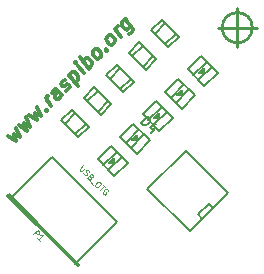
<source format=gbr>
G04 #@! TF.FileFunction,Legend,Top*
%FSLAX46Y46*%
G04 Gerber Fmt 4.6, Leading zero omitted, Abs format (unit mm)*
G04 Created by KiCad (PCBNEW 0.201509251832+6217~30~ubuntu14.04.1-product) date lun 28 set 2015 23:17:44 CEST*
%MOMM*%
G01*
G04 APERTURE LIST*
%ADD10C,0.200000*%
%ADD11C,0.300000*%
%ADD12C,0.254000*%
%ADD13C,0.127000*%
%ADD14C,0.150000*%
%ADD15C,0.200660*%
%ADD16C,0.149860*%
%ADD17C,0.099060*%
G04 APERTURE END LIST*
D10*
D11*
X189922748Y-79118697D02*
X190579347Y-79593469D01*
X190387418Y-78977277D01*
X190902596Y-79270220D01*
X190569245Y-78472200D01*
X190811682Y-78229763D02*
X191468281Y-78704535D01*
X191276352Y-78088343D01*
X191791530Y-78381286D01*
X191458179Y-77583265D01*
X191700617Y-77340828D02*
X192357216Y-77815600D01*
X192165286Y-77199408D01*
X192680464Y-77492351D01*
X192347114Y-76694331D01*
X193094627Y-76916564D02*
X193170388Y-76921615D01*
X193165337Y-77007478D01*
X193089576Y-77002427D01*
X193094627Y-76916564D01*
X193165337Y-77007478D01*
X193569399Y-76603417D02*
X193074424Y-75967021D01*
X193215845Y-76148849D02*
X193185541Y-76017529D01*
X193190592Y-75931665D01*
X193236049Y-75805396D01*
X193316861Y-75724584D01*
X194458333Y-75714483D02*
X194069424Y-75214458D01*
X193958308Y-75163950D01*
X193842140Y-75199305D01*
X193680516Y-75360929D01*
X193635059Y-75487199D01*
X194422978Y-75669026D02*
X194377521Y-75795295D01*
X194175490Y-75997325D01*
X194059323Y-76032681D01*
X193948206Y-75982174D01*
X193877495Y-75891260D01*
X193847191Y-75759940D01*
X193892648Y-75633670D01*
X194094678Y-75431640D01*
X194140135Y-75305370D01*
X194786632Y-75305371D02*
X194902800Y-75270016D01*
X195064425Y-75108391D01*
X195109881Y-74982122D01*
X195079577Y-74850803D01*
X195044221Y-74805346D01*
X194933104Y-74754838D01*
X194816937Y-74790193D01*
X194695719Y-74911412D01*
X194579551Y-74946767D01*
X194468434Y-74896260D01*
X194433079Y-74850803D01*
X194402774Y-74719483D01*
X194448231Y-74593213D01*
X194569450Y-74471995D01*
X194685617Y-74436640D01*
X195054323Y-73987122D02*
X195796785Y-74941716D01*
X195089678Y-74032579D02*
X195135135Y-73906309D01*
X195296760Y-73744685D01*
X195412927Y-73709330D01*
X195488689Y-73714381D01*
X195599806Y-73764889D01*
X195811938Y-74037630D01*
X195842242Y-74168949D01*
X195837191Y-74254812D01*
X195791734Y-74381081D01*
X195630110Y-74542706D01*
X195513942Y-74578061D01*
X196317014Y-73855802D02*
X195822039Y-73219406D01*
X195574551Y-72901208D02*
X195569501Y-72987071D01*
X195645262Y-72992122D01*
X195650313Y-72906259D01*
X195574551Y-72901208D01*
X195645262Y-72992122D01*
X196721075Y-73451741D02*
X195978613Y-72497147D01*
X196261455Y-72860802D02*
X196306912Y-72734532D01*
X196468537Y-72572908D01*
X196584704Y-72537553D01*
X196660466Y-72542604D01*
X196771583Y-72593112D01*
X196983715Y-72865853D01*
X197014019Y-72997172D01*
X197008968Y-73083035D01*
X196963511Y-73209304D01*
X196801887Y-73370928D01*
X196685719Y-73406284D01*
X197610009Y-72562807D02*
X197493841Y-72598162D01*
X197418080Y-72593111D01*
X197306963Y-72542605D01*
X197094831Y-72269864D01*
X197064527Y-72138543D01*
X197069577Y-72052680D01*
X197115034Y-71926410D01*
X197236252Y-71805193D01*
X197352420Y-71769837D01*
X197428182Y-71774888D01*
X197539298Y-71825396D01*
X197751431Y-72098137D01*
X197781735Y-72229456D01*
X197776684Y-72315319D01*
X197731227Y-72441589D01*
X197610009Y-72562807D01*
X198185796Y-71825395D02*
X198261557Y-71830446D01*
X198256506Y-71916309D01*
X198180745Y-71911259D01*
X198185796Y-71825395D01*
X198256506Y-71916309D01*
X198781786Y-71391030D02*
X198665618Y-71426385D01*
X198589857Y-71421334D01*
X198478740Y-71370827D01*
X198266608Y-71098086D01*
X198236304Y-70966766D01*
X198241354Y-70880903D01*
X198286811Y-70754633D01*
X198408029Y-70633415D01*
X198524197Y-70598060D01*
X198599959Y-70603111D01*
X198711076Y-70653619D01*
X198923208Y-70926360D01*
X198953512Y-71057679D01*
X198948461Y-71143542D01*
X198903004Y-71269812D01*
X198781786Y-71391030D01*
X199428283Y-70744532D02*
X198933309Y-70108136D01*
X199074730Y-70289965D02*
X199044425Y-70158644D01*
X199049476Y-70072781D01*
X199094933Y-69946511D01*
X199175745Y-69865700D01*
X199822243Y-69219202D02*
X200423284Y-69991969D01*
X200453588Y-70123288D01*
X200448537Y-70209151D01*
X200403081Y-70335420D01*
X200281862Y-70456639D01*
X200165695Y-70491994D01*
X200281862Y-69810141D02*
X200236405Y-69936410D01*
X200074781Y-70098035D01*
X199958613Y-70133390D01*
X199882852Y-70128339D01*
X199771735Y-70077833D01*
X199559603Y-69805092D01*
X199529299Y-69673771D01*
X199534349Y-69587908D01*
X199579806Y-69461638D01*
X199741431Y-69300014D01*
X199857598Y-69264659D01*
D12*
X209308700Y-68326000D02*
X209308700Y-71628000D01*
X207657700Y-69977000D02*
X210959700Y-69977000D01*
X210585034Y-69977000D02*
G75*
G03X210585034Y-69977000I-1276334J0D01*
G01*
D13*
X206516888Y-73801888D02*
X206516888Y-73378020D01*
X206516888Y-73378020D02*
X206093020Y-73801888D01*
X206093020Y-73801888D02*
X206516888Y-73801888D01*
X206375000Y-73800092D02*
X206515092Y-73660000D01*
X206516888Y-73518112D02*
X206233112Y-73801888D01*
X206021178Y-74437690D02*
X207152690Y-73306178D01*
X206728822Y-72882310D02*
X205597310Y-74013822D01*
X206233112Y-72386600D02*
X207648400Y-73801888D01*
X207648400Y-73801888D02*
X206516888Y-74933400D01*
X206516888Y-74933400D02*
X205101600Y-73518112D01*
X205101600Y-73518112D02*
X206233112Y-72386600D01*
X204611888Y-75706888D02*
X204611888Y-75283020D01*
X204611888Y-75283020D02*
X204188020Y-75706888D01*
X204188020Y-75706888D02*
X204611888Y-75706888D01*
X204470000Y-75705092D02*
X204610092Y-75565000D01*
X204611888Y-75423112D02*
X204328112Y-75706888D01*
X204116178Y-76342690D02*
X205247690Y-75211178D01*
X204823822Y-74787310D02*
X203692310Y-75918822D01*
X204328112Y-74291600D02*
X205743400Y-75706888D01*
X205743400Y-75706888D02*
X204611888Y-76838400D01*
X204611888Y-76838400D02*
X203196600Y-75423112D01*
X203196600Y-75423112D02*
X204328112Y-74291600D01*
X202706888Y-77611888D02*
X202706888Y-77188020D01*
X202706888Y-77188020D02*
X202283020Y-77611888D01*
X202283020Y-77611888D02*
X202706888Y-77611888D01*
X202565000Y-77610092D02*
X202705092Y-77470000D01*
X202706888Y-77328112D02*
X202423112Y-77611888D01*
X202211178Y-78247690D02*
X203342690Y-77116178D01*
X202918822Y-76692310D02*
X201787310Y-77823822D01*
X202423112Y-76196600D02*
X203838400Y-77611888D01*
X203838400Y-77611888D02*
X202706888Y-78743400D01*
X202706888Y-78743400D02*
X201291600Y-77328112D01*
X201291600Y-77328112D02*
X202423112Y-76196600D01*
X200801888Y-79516888D02*
X200801888Y-79093020D01*
X200801888Y-79093020D02*
X200378020Y-79516888D01*
X200378020Y-79516888D02*
X200801888Y-79516888D01*
X200660000Y-79515092D02*
X200800092Y-79375000D01*
X200801888Y-79233112D02*
X200518112Y-79516888D01*
X200306178Y-80152690D02*
X201437690Y-79021178D01*
X201013822Y-78597310D02*
X199882310Y-79728822D01*
X200518112Y-78101600D02*
X201933400Y-79516888D01*
X201933400Y-79516888D02*
X200801888Y-80648400D01*
X200801888Y-80648400D02*
X199386600Y-79233112D01*
X199386600Y-79233112D02*
X200518112Y-78101600D01*
X198896888Y-81421888D02*
X198896888Y-80998020D01*
X198896888Y-80998020D02*
X198473020Y-81421888D01*
X198473020Y-81421888D02*
X198896888Y-81421888D01*
X198755000Y-81420092D02*
X198895092Y-81280000D01*
X198896888Y-81138112D02*
X198613112Y-81421888D01*
X198401178Y-82057690D02*
X199532690Y-80926178D01*
X199108822Y-80502310D02*
X197977310Y-81633822D01*
X198613112Y-80006600D02*
X200028400Y-81421888D01*
X200028400Y-81421888D02*
X198896888Y-82553400D01*
X198896888Y-82553400D02*
X197481600Y-81138112D01*
X197481600Y-81138112D02*
X198613112Y-80006600D01*
D14*
X205284605Y-87232497D02*
X201692503Y-83640395D01*
X201692503Y-83640395D02*
X204925395Y-80407503D01*
X204925395Y-80407503D02*
X208517497Y-83999605D01*
X208517497Y-83999605D02*
X205284605Y-87232497D01*
X206362236Y-86154867D02*
X206003026Y-85795656D01*
X206003026Y-85795656D02*
X206901051Y-84897631D01*
X206901051Y-84897631D02*
X207260261Y-85256841D01*
D13*
X202301974Y-70485000D02*
X203200000Y-69586974D01*
X203200000Y-71383026D02*
X204080065Y-70502961D01*
X203469408Y-71652433D02*
X202032567Y-70215592D01*
X202032567Y-70215592D02*
X202930592Y-69317567D01*
X202930592Y-69317567D02*
X204367433Y-70754408D01*
X204367433Y-70754408D02*
X203469408Y-71652433D01*
X200396974Y-72390000D02*
X201295000Y-71491974D01*
X201295000Y-73288026D02*
X202175065Y-72407961D01*
X201564408Y-73557433D02*
X200127567Y-72120592D01*
X200127567Y-72120592D02*
X201025592Y-71222567D01*
X201025592Y-71222567D02*
X202462433Y-72659408D01*
X202462433Y-72659408D02*
X201564408Y-73557433D01*
X198491974Y-74295000D02*
X199390000Y-73396974D01*
X199390000Y-75193026D02*
X200270065Y-74312961D01*
X199659408Y-75462433D02*
X198222567Y-74025592D01*
X198222567Y-74025592D02*
X199120592Y-73127567D01*
X199120592Y-73127567D02*
X200557433Y-74564408D01*
X200557433Y-74564408D02*
X199659408Y-75462433D01*
X196586974Y-76200000D02*
X197485000Y-75301974D01*
X197485000Y-77098026D02*
X198365065Y-76217961D01*
X197754408Y-77367433D02*
X196317567Y-75930592D01*
X196317567Y-75930592D02*
X197215592Y-75032567D01*
X197215592Y-75032567D02*
X198652433Y-76469408D01*
X198652433Y-76469408D02*
X197754408Y-77367433D01*
X194681974Y-78105000D02*
X195580000Y-77206974D01*
X195580000Y-79003026D02*
X196460065Y-78122961D01*
X195849408Y-79272433D02*
X194412567Y-77835592D01*
X194412567Y-77835592D02*
X195310592Y-76937567D01*
X195310592Y-76937567D02*
X196747433Y-78374408D01*
X196747433Y-78374408D02*
X195849408Y-79272433D01*
D15*
X189925839Y-84167824D02*
X195867176Y-90109161D01*
X189853997Y-84239666D02*
X195795334Y-90181003D01*
X195795334Y-90181003D02*
X195937222Y-90039115D01*
X195937222Y-90039115D02*
X189995885Y-84097778D01*
X189995885Y-84097778D02*
X189853997Y-84239666D01*
X190067727Y-84453396D02*
X193604152Y-80916971D01*
X193604152Y-80916971D02*
X199118029Y-86430848D01*
X199118029Y-86430848D02*
X195581604Y-89967273D01*
D16*
X201153914Y-78045922D02*
X201719670Y-77480166D01*
X201854374Y-77614870D01*
X201908255Y-77722633D01*
X201908255Y-77830396D01*
X201881315Y-77911219D01*
X201800492Y-78045922D01*
X201719670Y-78126745D01*
X201584966Y-78207567D01*
X201504144Y-78234508D01*
X201396381Y-78234508D01*
X201288618Y-78180626D01*
X201153914Y-78045922D01*
X202339308Y-78476975D02*
X201962137Y-78854145D01*
X202420130Y-78126745D02*
X201881315Y-78396152D01*
X202231545Y-78746382D01*
D17*
X192049628Y-87463064D02*
X192403450Y-87109242D01*
X192538239Y-87244031D01*
X192555087Y-87294577D01*
X192555087Y-87328275D01*
X192538239Y-87378821D01*
X192487693Y-87429367D01*
X192437147Y-87446216D01*
X192403449Y-87446216D01*
X192352904Y-87429367D01*
X192218114Y-87294577D01*
X192588785Y-88002221D02*
X192386601Y-87800037D01*
X192487693Y-87901129D02*
X192841515Y-87547307D01*
X192757272Y-87564156D01*
X192689877Y-87564156D01*
X192639331Y-87547307D01*
X196254226Y-81624144D02*
X195967798Y-81910572D01*
X195950950Y-81961118D01*
X195950949Y-81994815D01*
X195967799Y-82045361D01*
X196035193Y-82112755D01*
X196085738Y-82129604D01*
X196119436Y-82129604D01*
X196169982Y-82112756D01*
X196456410Y-81826328D01*
X196271074Y-82314940D02*
X196304772Y-82382334D01*
X196389015Y-82466577D01*
X196439561Y-82483427D01*
X196473258Y-82483426D01*
X196523805Y-82466578D01*
X196557502Y-82432881D01*
X196574351Y-82382334D01*
X196574351Y-82348638D01*
X196557502Y-82298091D01*
X196506956Y-82213848D01*
X196490107Y-82163302D01*
X196490107Y-82129604D01*
X196506956Y-82079058D01*
X196540653Y-82045361D01*
X196591199Y-82028513D01*
X196624897Y-82028513D01*
X196675443Y-82045361D01*
X196759686Y-82129604D01*
X196793383Y-82196999D01*
X196911323Y-82618216D02*
X196945021Y-82685610D01*
X196945021Y-82719308D01*
X196928173Y-82769854D01*
X196877627Y-82820400D01*
X196827081Y-82837248D01*
X196793383Y-82837248D01*
X196742837Y-82820399D01*
X196608048Y-82685610D01*
X196961870Y-82331788D01*
X197079810Y-82449728D01*
X197096659Y-82500275D01*
X197096659Y-82533972D01*
X197079810Y-82584519D01*
X197046113Y-82618216D01*
X196995567Y-82635064D01*
X196961870Y-82635065D01*
X196911323Y-82618216D01*
X196793383Y-82500275D01*
X196843929Y-82988887D02*
X197113508Y-83258466D01*
X197652666Y-83022584D02*
X197720060Y-83089978D01*
X197736908Y-83140524D01*
X197736909Y-83207919D01*
X197686362Y-83292163D01*
X197568422Y-83410103D01*
X197484179Y-83460650D01*
X197416784Y-83460649D01*
X197366238Y-83443800D01*
X197298844Y-83376406D01*
X197281994Y-83325860D01*
X197281994Y-83258466D01*
X197332540Y-83174222D01*
X197450481Y-83056281D01*
X197534725Y-83005735D01*
X197602119Y-83005735D01*
X197652666Y-83022584D01*
X197905396Y-83275314D02*
X198107580Y-83477498D01*
X197652666Y-83730228D02*
X198006488Y-83376406D01*
X198394007Y-83797623D02*
X198377159Y-83747077D01*
X198326613Y-83696531D01*
X198259218Y-83662834D01*
X198191824Y-83662834D01*
X198141277Y-83679682D01*
X198057033Y-83730228D01*
X198006487Y-83780774D01*
X197955942Y-83865018D01*
X197939093Y-83915564D01*
X197939093Y-83982959D01*
X197972791Y-84050353D01*
X198006488Y-84084050D01*
X198073882Y-84117748D01*
X198107580Y-84117748D01*
X198225521Y-83999808D01*
X198158126Y-83932413D01*
M02*

</source>
